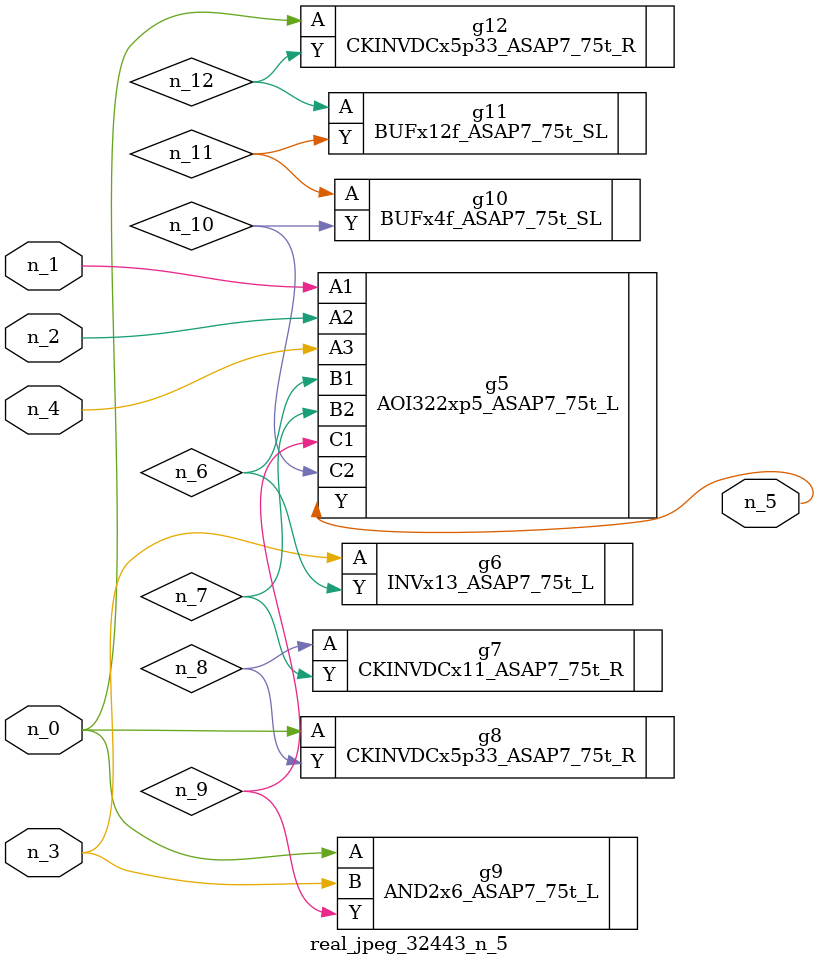
<source format=v>
module real_jpeg_32443_n_5 (n_4, n_0, n_1, n_2, n_3, n_5);

input n_4;
input n_0;
input n_1;
input n_2;
input n_3;

output n_5;

wire n_12;
wire n_8;
wire n_11;
wire n_6;
wire n_7;
wire n_10;
wire n_9;

CKINVDCx5p33_ASAP7_75t_R g8 ( 
.A(n_0),
.Y(n_8)
);

AND2x6_ASAP7_75t_L g9 ( 
.A(n_0),
.B(n_3),
.Y(n_9)
);

CKINVDCx5p33_ASAP7_75t_R g12 ( 
.A(n_0),
.Y(n_12)
);

AOI322xp5_ASAP7_75t_L g5 ( 
.A1(n_1),
.A2(n_2),
.A3(n_4),
.B1(n_6),
.B2(n_7),
.C1(n_9),
.C2(n_10),
.Y(n_5)
);

INVx13_ASAP7_75t_L g6 ( 
.A(n_3),
.Y(n_6)
);

CKINVDCx11_ASAP7_75t_R g7 ( 
.A(n_8),
.Y(n_7)
);

BUFx4f_ASAP7_75t_SL g10 ( 
.A(n_11),
.Y(n_10)
);

BUFx12f_ASAP7_75t_SL g11 ( 
.A(n_12),
.Y(n_11)
);


endmodule
</source>
